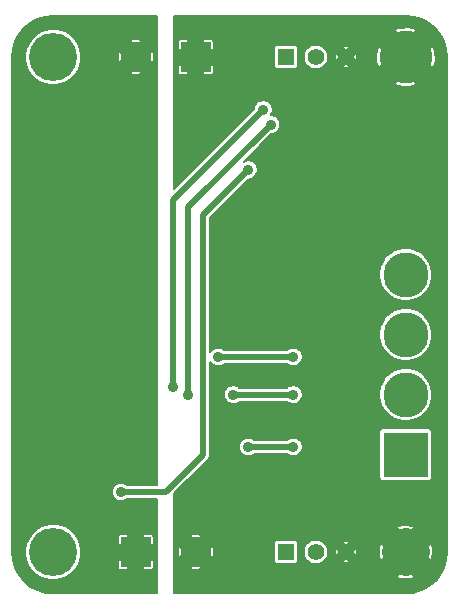
<source format=gbl>
G04 (created by PCBNEW (2013-may-18)-stable) date Mon 01 Jun 2015 11:01:08 PM CEST*
%MOIN*%
G04 Gerber Fmt 3.4, Leading zero omitted, Abs format*
%FSLAX34Y34*%
G01*
G70*
G90*
G04 APERTURE LIST*
%ADD10C,0.00590551*%
%ADD11R,0.055X0.055*%
%ADD12C,0.055*%
%ADD13C,0.15*%
%ADD14R,0.15X0.15*%
%ADD15R,0.1X0.1*%
%ADD16C,0.1*%
%ADD17C,0.177165*%
%ADD18C,0.16*%
%ADD19C,0.035*%
%ADD20C,0.019685*%
%ADD21C,0.00669291*%
G04 APERTURE END LIST*
G54D10*
G54D11*
X67750Y-44500D03*
G54D12*
X68750Y-44500D03*
X69750Y-44500D03*
G54D13*
X71750Y-55750D03*
X71750Y-53750D03*
G54D14*
X71750Y-57750D03*
G54D13*
X71750Y-51750D03*
G54D15*
X62750Y-61000D03*
G54D16*
X64750Y-61000D03*
G54D15*
X64750Y-44500D03*
G54D16*
X62750Y-44500D03*
G54D11*
X67750Y-61000D03*
G54D12*
X68750Y-61000D03*
X69750Y-61000D03*
G54D17*
X71750Y-44500D03*
G54D18*
X71750Y-61000D03*
X60000Y-61000D03*
X60000Y-44500D03*
G54D19*
X62250Y-59000D03*
X66500Y-48250D03*
X64000Y-55500D03*
X67000Y-46250D03*
X64500Y-55750D03*
X67250Y-46750D03*
X66000Y-55750D03*
X68000Y-55750D03*
X66500Y-57500D03*
X68000Y-57500D03*
X65500Y-54500D03*
X68000Y-54500D03*
G54D20*
X65000Y-56500D02*
X65000Y-49750D01*
X62250Y-59000D02*
X63750Y-59000D01*
X63750Y-59000D02*
X65000Y-57750D01*
X65000Y-57750D02*
X65000Y-56500D01*
X65000Y-49750D02*
X66500Y-48250D01*
X64000Y-49500D02*
X64000Y-49250D01*
X64000Y-55500D02*
X64000Y-49500D01*
X64000Y-49250D02*
X67000Y-46250D01*
X67250Y-46750D02*
X64500Y-49500D01*
X64500Y-49500D02*
X64500Y-50250D01*
X64500Y-55750D02*
X64500Y-51250D01*
X64500Y-51250D02*
X64500Y-50250D01*
X66000Y-55750D02*
X68000Y-55750D01*
X68000Y-57500D02*
X66500Y-57500D01*
X68000Y-54500D02*
X65500Y-54500D01*
G54D10*
G36*
X73129Y-60994D02*
X73103Y-61267D01*
X73025Y-61525D01*
X72898Y-61763D01*
X72739Y-61959D01*
X72739Y-44560D01*
X72732Y-44366D01*
X72708Y-44248D01*
X72638Y-44121D01*
X72259Y-44500D01*
X72638Y-44878D01*
X72708Y-44751D01*
X72739Y-44560D01*
X72739Y-61959D01*
X72728Y-61971D01*
X72654Y-62033D01*
X72654Y-61021D01*
X72641Y-60845D01*
X72633Y-60805D01*
X72633Y-58487D01*
X72633Y-57529D01*
X72633Y-55663D01*
X72633Y-53663D01*
X72633Y-51663D01*
X72599Y-51493D01*
X72533Y-51333D01*
X72437Y-51188D01*
X72315Y-51065D01*
X72172Y-50969D01*
X72128Y-50950D01*
X72128Y-45388D01*
X72128Y-43611D01*
X72001Y-43541D01*
X71810Y-43510D01*
X71616Y-43517D01*
X71498Y-43541D01*
X71371Y-43611D01*
X71750Y-43990D01*
X72128Y-43611D01*
X72128Y-45388D01*
X71750Y-45009D01*
X71371Y-45388D01*
X71498Y-45458D01*
X71689Y-45489D01*
X71883Y-45482D01*
X72001Y-45458D01*
X72128Y-45388D01*
X72128Y-50950D01*
X72012Y-50901D01*
X71842Y-50867D01*
X71669Y-50865D01*
X71499Y-50898D01*
X71338Y-50963D01*
X71240Y-51027D01*
X71240Y-44500D01*
X70861Y-44121D01*
X70791Y-44248D01*
X70760Y-44439D01*
X70767Y-44633D01*
X70791Y-44751D01*
X70861Y-44878D01*
X71240Y-44500D01*
X71240Y-51027D01*
X71193Y-51058D01*
X71069Y-51179D01*
X70972Y-51322D01*
X70903Y-51481D01*
X70867Y-51651D01*
X70865Y-51824D01*
X70896Y-51994D01*
X70960Y-52155D01*
X71054Y-52301D01*
X71174Y-52426D01*
X71316Y-52524D01*
X71475Y-52594D01*
X71644Y-52631D01*
X71818Y-52635D01*
X71988Y-52605D01*
X72150Y-52542D01*
X72296Y-52449D01*
X72422Y-52330D01*
X72521Y-52188D01*
X72592Y-52030D01*
X72630Y-51861D01*
X72633Y-51663D01*
X72633Y-53663D01*
X72599Y-53493D01*
X72533Y-53333D01*
X72437Y-53188D01*
X72315Y-53065D01*
X72172Y-52969D01*
X72012Y-52901D01*
X71842Y-52867D01*
X71669Y-52865D01*
X71499Y-52898D01*
X71338Y-52963D01*
X71193Y-53058D01*
X71069Y-53179D01*
X70972Y-53322D01*
X70903Y-53481D01*
X70867Y-53651D01*
X70865Y-53824D01*
X70896Y-53994D01*
X70960Y-54155D01*
X71054Y-54301D01*
X71174Y-54426D01*
X71316Y-54524D01*
X71475Y-54594D01*
X71644Y-54631D01*
X71818Y-54635D01*
X71988Y-54605D01*
X72150Y-54542D01*
X72296Y-54449D01*
X72422Y-54330D01*
X72521Y-54188D01*
X72592Y-54030D01*
X72630Y-53861D01*
X72633Y-53663D01*
X72633Y-55663D01*
X72599Y-55493D01*
X72533Y-55333D01*
X72437Y-55188D01*
X72315Y-55065D01*
X72172Y-54969D01*
X72012Y-54901D01*
X71842Y-54867D01*
X71669Y-54865D01*
X71499Y-54898D01*
X71338Y-54963D01*
X71193Y-55058D01*
X71069Y-55179D01*
X70972Y-55322D01*
X70903Y-55481D01*
X70867Y-55651D01*
X70865Y-55824D01*
X70896Y-55994D01*
X70960Y-56155D01*
X71054Y-56301D01*
X71174Y-56426D01*
X71316Y-56524D01*
X71475Y-56594D01*
X71644Y-56631D01*
X71818Y-56635D01*
X71988Y-56605D01*
X72150Y-56542D01*
X72296Y-56449D01*
X72422Y-56330D01*
X72521Y-56188D01*
X72592Y-56030D01*
X72630Y-55861D01*
X72633Y-55663D01*
X72633Y-57529D01*
X72633Y-56986D01*
X72628Y-56961D01*
X72618Y-56937D01*
X72603Y-56915D01*
X72585Y-56896D01*
X72563Y-56882D01*
X72539Y-56871D01*
X72514Y-56866D01*
X72487Y-56866D01*
X70986Y-56866D01*
X70961Y-56871D01*
X70937Y-56881D01*
X70915Y-56896D01*
X70896Y-56914D01*
X70882Y-56936D01*
X70871Y-56960D01*
X70866Y-56985D01*
X70866Y-57012D01*
X70866Y-58513D01*
X70871Y-58538D01*
X70881Y-58562D01*
X70896Y-58584D01*
X70914Y-58603D01*
X70936Y-58617D01*
X70960Y-58628D01*
X70985Y-58633D01*
X71012Y-58633D01*
X72513Y-58633D01*
X72538Y-58628D01*
X72562Y-58618D01*
X72584Y-58603D01*
X72603Y-58585D01*
X72617Y-58563D01*
X72628Y-58539D01*
X72633Y-58514D01*
X72633Y-58487D01*
X72633Y-60805D01*
X72633Y-60803D01*
X72572Y-60687D01*
X72259Y-61000D01*
X72572Y-61312D01*
X72633Y-61196D01*
X72654Y-61021D01*
X72654Y-62033D01*
X72521Y-62143D01*
X72284Y-62271D01*
X72062Y-62340D01*
X72062Y-61822D01*
X72062Y-60177D01*
X71946Y-60116D01*
X71771Y-60095D01*
X71595Y-60108D01*
X71553Y-60116D01*
X71437Y-60177D01*
X71750Y-60490D01*
X72062Y-60177D01*
X72062Y-61822D01*
X71750Y-61509D01*
X71437Y-61822D01*
X71553Y-61883D01*
X71728Y-61904D01*
X71904Y-61891D01*
X71946Y-61883D01*
X72062Y-61822D01*
X72062Y-62340D01*
X72027Y-62351D01*
X71753Y-62379D01*
X71749Y-62379D01*
X71240Y-62379D01*
X71240Y-61000D01*
X70927Y-60687D01*
X70866Y-60803D01*
X70845Y-60978D01*
X70858Y-61154D01*
X70866Y-61196D01*
X70927Y-61312D01*
X71240Y-61000D01*
X71240Y-62379D01*
X70126Y-62379D01*
X70126Y-61022D01*
X70126Y-44522D01*
X70123Y-44448D01*
X70114Y-44404D01*
X70076Y-44368D01*
X69944Y-44500D01*
X70076Y-44631D01*
X70114Y-44595D01*
X70126Y-44522D01*
X70126Y-61022D01*
X70123Y-60948D01*
X70114Y-60904D01*
X70076Y-60868D01*
X69944Y-61000D01*
X70076Y-61131D01*
X70114Y-61095D01*
X70126Y-61022D01*
X70126Y-62379D01*
X69881Y-62379D01*
X69881Y-61326D01*
X69881Y-60673D01*
X69881Y-44826D01*
X69881Y-44173D01*
X69845Y-44135D01*
X69772Y-44123D01*
X69698Y-44126D01*
X69654Y-44135D01*
X69618Y-44173D01*
X69750Y-44305D01*
X69881Y-44173D01*
X69881Y-44826D01*
X69750Y-44694D01*
X69618Y-44826D01*
X69654Y-44864D01*
X69727Y-44876D01*
X69801Y-44873D01*
X69845Y-44864D01*
X69881Y-44826D01*
X69881Y-60673D01*
X69845Y-60635D01*
X69772Y-60623D01*
X69698Y-60626D01*
X69654Y-60635D01*
X69618Y-60673D01*
X69750Y-60805D01*
X69881Y-60673D01*
X69881Y-61326D01*
X69750Y-61194D01*
X69618Y-61326D01*
X69654Y-61364D01*
X69727Y-61376D01*
X69801Y-61373D01*
X69845Y-61364D01*
X69881Y-61326D01*
X69881Y-62379D01*
X69555Y-62379D01*
X69555Y-61000D01*
X69555Y-44500D01*
X69423Y-44368D01*
X69385Y-44404D01*
X69373Y-44477D01*
X69376Y-44551D01*
X69385Y-44595D01*
X69423Y-44631D01*
X69555Y-44500D01*
X69555Y-61000D01*
X69423Y-60868D01*
X69385Y-60904D01*
X69373Y-60977D01*
X69376Y-61051D01*
X69385Y-61095D01*
X69423Y-61131D01*
X69555Y-61000D01*
X69555Y-62379D01*
X69158Y-62379D01*
X69158Y-60959D01*
X69158Y-44459D01*
X69142Y-44381D01*
X69112Y-44307D01*
X69068Y-44240D01*
X69011Y-44183D01*
X68945Y-44138D01*
X68871Y-44107D01*
X68792Y-44091D01*
X68712Y-44091D01*
X68634Y-44106D01*
X68559Y-44136D01*
X68492Y-44180D01*
X68435Y-44236D01*
X68390Y-44302D01*
X68358Y-44375D01*
X68342Y-44454D01*
X68340Y-44534D01*
X68355Y-44613D01*
X68384Y-44687D01*
X68428Y-44754D01*
X68483Y-44812D01*
X68549Y-44858D01*
X68623Y-44890D01*
X68701Y-44907D01*
X68781Y-44909D01*
X68860Y-44895D01*
X68935Y-44866D01*
X69002Y-44823D01*
X69060Y-44768D01*
X69106Y-44702D01*
X69139Y-44629D01*
X69157Y-44551D01*
X69158Y-44459D01*
X69158Y-60959D01*
X69142Y-60881D01*
X69112Y-60807D01*
X69068Y-60740D01*
X69011Y-60683D01*
X68945Y-60638D01*
X68871Y-60607D01*
X68792Y-60591D01*
X68712Y-60591D01*
X68634Y-60606D01*
X68559Y-60636D01*
X68492Y-60680D01*
X68435Y-60736D01*
X68390Y-60802D01*
X68358Y-60875D01*
X68342Y-60954D01*
X68340Y-61034D01*
X68355Y-61113D01*
X68384Y-61187D01*
X68428Y-61254D01*
X68483Y-61312D01*
X68549Y-61358D01*
X68623Y-61390D01*
X68701Y-61407D01*
X68781Y-61409D01*
X68860Y-61395D01*
X68935Y-61366D01*
X69002Y-61323D01*
X69060Y-61268D01*
X69106Y-61202D01*
X69139Y-61129D01*
X69157Y-61051D01*
X69158Y-60959D01*
X69158Y-62379D01*
X68308Y-62379D01*
X68308Y-57469D01*
X68308Y-55719D01*
X68296Y-55660D01*
X68273Y-55604D01*
X68240Y-55554D01*
X68197Y-55511D01*
X68147Y-55477D01*
X68091Y-55453D01*
X68032Y-55441D01*
X67971Y-55441D01*
X67912Y-55452D01*
X67856Y-55475D01*
X67805Y-55508D01*
X67795Y-55518D01*
X66204Y-55518D01*
X66197Y-55511D01*
X66147Y-55477D01*
X66091Y-55453D01*
X66032Y-55441D01*
X65971Y-55441D01*
X65912Y-55452D01*
X65856Y-55475D01*
X65805Y-55508D01*
X65762Y-55550D01*
X65728Y-55600D01*
X65704Y-55656D01*
X65691Y-55715D01*
X65691Y-55775D01*
X65702Y-55835D01*
X65724Y-55891D01*
X65757Y-55942D01*
X65799Y-55986D01*
X65848Y-56020D01*
X65904Y-56044D01*
X65963Y-56057D01*
X66023Y-56059D01*
X66083Y-56048D01*
X66139Y-56026D01*
X66190Y-55994D01*
X66203Y-55981D01*
X67795Y-55981D01*
X67799Y-55986D01*
X67848Y-56020D01*
X67904Y-56044D01*
X67963Y-56057D01*
X68023Y-56059D01*
X68083Y-56048D01*
X68139Y-56026D01*
X68190Y-55994D01*
X68234Y-55952D01*
X68269Y-55903D01*
X68294Y-55847D01*
X68307Y-55788D01*
X68308Y-55719D01*
X68308Y-57469D01*
X68296Y-57410D01*
X68273Y-57354D01*
X68240Y-57304D01*
X68197Y-57261D01*
X68147Y-57227D01*
X68091Y-57203D01*
X68032Y-57191D01*
X67971Y-57191D01*
X67912Y-57202D01*
X67856Y-57225D01*
X67805Y-57258D01*
X67795Y-57268D01*
X66704Y-57268D01*
X66697Y-57261D01*
X66647Y-57227D01*
X66591Y-57203D01*
X66532Y-57191D01*
X66471Y-57191D01*
X66412Y-57202D01*
X66356Y-57225D01*
X66305Y-57258D01*
X66262Y-57300D01*
X66228Y-57350D01*
X66204Y-57406D01*
X66191Y-57465D01*
X66191Y-57525D01*
X66202Y-57585D01*
X66224Y-57641D01*
X66257Y-57692D01*
X66299Y-57736D01*
X66348Y-57770D01*
X66404Y-57794D01*
X66463Y-57807D01*
X66523Y-57809D01*
X66583Y-57798D01*
X66639Y-57776D01*
X66690Y-57744D01*
X66703Y-57731D01*
X67795Y-57731D01*
X67799Y-57736D01*
X67848Y-57770D01*
X67904Y-57794D01*
X67963Y-57807D01*
X68023Y-57809D01*
X68083Y-57798D01*
X68139Y-57776D01*
X68190Y-57744D01*
X68234Y-57702D01*
X68269Y-57653D01*
X68294Y-57597D01*
X68307Y-57538D01*
X68308Y-57469D01*
X68308Y-62379D01*
X68158Y-62379D01*
X68158Y-61262D01*
X68158Y-60711D01*
X68153Y-60686D01*
X68143Y-60662D01*
X68128Y-60640D01*
X68110Y-60621D01*
X68088Y-60607D01*
X68064Y-60596D01*
X68039Y-60591D01*
X68012Y-60591D01*
X67461Y-60591D01*
X67436Y-60596D01*
X67412Y-60606D01*
X67390Y-60621D01*
X67371Y-60639D01*
X67357Y-60661D01*
X67346Y-60685D01*
X67341Y-60710D01*
X67341Y-60737D01*
X67341Y-61288D01*
X67346Y-61313D01*
X67356Y-61337D01*
X67371Y-61359D01*
X67389Y-61378D01*
X67411Y-61392D01*
X67435Y-61403D01*
X67460Y-61408D01*
X67487Y-61408D01*
X68038Y-61408D01*
X68063Y-61403D01*
X68087Y-61393D01*
X68109Y-61378D01*
X68128Y-61360D01*
X68142Y-61338D01*
X68153Y-61314D01*
X68158Y-61289D01*
X68158Y-61262D01*
X68158Y-62379D01*
X65353Y-62379D01*
X65353Y-61003D01*
X65342Y-60886D01*
X65341Y-60879D01*
X65295Y-60808D01*
X65103Y-61000D01*
X65295Y-61191D01*
X65341Y-61120D01*
X65353Y-61003D01*
X65353Y-62379D01*
X64941Y-62379D01*
X64941Y-61545D01*
X64941Y-60454D01*
X64870Y-60408D01*
X64753Y-60396D01*
X64636Y-60407D01*
X64629Y-60408D01*
X64558Y-60454D01*
X64750Y-60646D01*
X64941Y-60454D01*
X64941Y-61545D01*
X64750Y-61353D01*
X64558Y-61545D01*
X64629Y-61591D01*
X64746Y-61603D01*
X64863Y-61592D01*
X64870Y-61591D01*
X64941Y-61545D01*
X64941Y-62379D01*
X64396Y-62379D01*
X64396Y-61000D01*
X64204Y-60808D01*
X64158Y-60879D01*
X64146Y-60996D01*
X64157Y-61113D01*
X64158Y-61120D01*
X64204Y-61191D01*
X64396Y-61000D01*
X64396Y-62379D01*
X64033Y-62379D01*
X64033Y-59044D01*
X65163Y-57913D01*
X65177Y-57897D01*
X65191Y-57881D01*
X65191Y-57879D01*
X65192Y-57878D01*
X65202Y-57860D01*
X65213Y-57841D01*
X65213Y-57840D01*
X65214Y-57839D01*
X65220Y-57818D01*
X65226Y-57798D01*
X65226Y-57797D01*
X65227Y-57795D01*
X65229Y-57774D01*
X65231Y-57753D01*
X65231Y-57750D01*
X65231Y-57750D01*
X65231Y-57750D01*
X65231Y-57750D01*
X65231Y-56500D01*
X65231Y-54653D01*
X65257Y-54692D01*
X65299Y-54736D01*
X65348Y-54770D01*
X65404Y-54794D01*
X65463Y-54807D01*
X65523Y-54809D01*
X65583Y-54798D01*
X65639Y-54776D01*
X65690Y-54744D01*
X65703Y-54731D01*
X67795Y-54731D01*
X67799Y-54736D01*
X67848Y-54770D01*
X67904Y-54794D01*
X67963Y-54807D01*
X68023Y-54809D01*
X68083Y-54798D01*
X68139Y-54776D01*
X68190Y-54744D01*
X68234Y-54702D01*
X68269Y-54653D01*
X68294Y-54597D01*
X68307Y-54538D01*
X68308Y-54469D01*
X68296Y-54410D01*
X68273Y-54354D01*
X68240Y-54304D01*
X68197Y-54261D01*
X68158Y-54234D01*
X68158Y-44762D01*
X68158Y-44211D01*
X68153Y-44186D01*
X68143Y-44162D01*
X68128Y-44140D01*
X68110Y-44121D01*
X68088Y-44107D01*
X68064Y-44096D01*
X68039Y-44091D01*
X68012Y-44091D01*
X67461Y-44091D01*
X67436Y-44096D01*
X67412Y-44106D01*
X67390Y-44121D01*
X67371Y-44139D01*
X67357Y-44161D01*
X67346Y-44185D01*
X67341Y-44210D01*
X67341Y-44237D01*
X67341Y-44788D01*
X67346Y-44813D01*
X67356Y-44837D01*
X67371Y-44859D01*
X67389Y-44878D01*
X67411Y-44892D01*
X67435Y-44903D01*
X67460Y-44908D01*
X67487Y-44908D01*
X68038Y-44908D01*
X68063Y-44903D01*
X68087Y-44893D01*
X68109Y-44878D01*
X68128Y-44860D01*
X68142Y-44838D01*
X68153Y-44814D01*
X68158Y-44789D01*
X68158Y-44762D01*
X68158Y-54234D01*
X68147Y-54227D01*
X68091Y-54203D01*
X68032Y-54191D01*
X67971Y-54191D01*
X67912Y-54202D01*
X67856Y-54225D01*
X67805Y-54258D01*
X67795Y-54268D01*
X65704Y-54268D01*
X65697Y-54261D01*
X65647Y-54227D01*
X65591Y-54203D01*
X65532Y-54191D01*
X65471Y-54191D01*
X65412Y-54202D01*
X65356Y-54225D01*
X65305Y-54258D01*
X65262Y-54300D01*
X65231Y-54345D01*
X65231Y-49846D01*
X66518Y-48558D01*
X66523Y-48559D01*
X66583Y-48548D01*
X66639Y-48526D01*
X66690Y-48494D01*
X66734Y-48452D01*
X66769Y-48403D01*
X66794Y-48347D01*
X66807Y-48288D01*
X66808Y-48219D01*
X66796Y-48160D01*
X66773Y-48104D01*
X66740Y-48054D01*
X66697Y-48011D01*
X66647Y-47977D01*
X66591Y-47953D01*
X66532Y-47941D01*
X66471Y-47941D01*
X66412Y-47952D01*
X66356Y-47975D01*
X66345Y-47982D01*
X67268Y-47058D01*
X67273Y-47059D01*
X67333Y-47048D01*
X67389Y-47026D01*
X67440Y-46994D01*
X67484Y-46952D01*
X67519Y-46903D01*
X67544Y-46847D01*
X67557Y-46788D01*
X67558Y-46719D01*
X67546Y-46660D01*
X67523Y-46604D01*
X67490Y-46554D01*
X67447Y-46511D01*
X67397Y-46477D01*
X67341Y-46453D01*
X67282Y-46441D01*
X67242Y-46441D01*
X67269Y-46403D01*
X67294Y-46347D01*
X67307Y-46288D01*
X67308Y-46219D01*
X67296Y-46160D01*
X67273Y-46104D01*
X67240Y-46054D01*
X67197Y-46011D01*
X67147Y-45977D01*
X67091Y-45953D01*
X67032Y-45941D01*
X66971Y-45941D01*
X66912Y-45952D01*
X66856Y-45975D01*
X66805Y-46008D01*
X66762Y-46050D01*
X66728Y-46100D01*
X66704Y-46156D01*
X66691Y-46215D01*
X66691Y-46230D01*
X65350Y-47571D01*
X65350Y-44990D01*
X65350Y-44009D01*
X65350Y-43989D01*
X65346Y-43970D01*
X65338Y-43952D01*
X65327Y-43935D01*
X65313Y-43921D01*
X65297Y-43910D01*
X65279Y-43903D01*
X65259Y-43899D01*
X65025Y-43899D01*
X65000Y-43924D01*
X65000Y-44250D01*
X65325Y-44250D01*
X65350Y-44224D01*
X65350Y-44009D01*
X65350Y-44990D01*
X65350Y-44775D01*
X65325Y-44750D01*
X65000Y-44750D01*
X65000Y-45075D01*
X65025Y-45100D01*
X65259Y-45100D01*
X65279Y-45096D01*
X65297Y-45089D01*
X65313Y-45078D01*
X65327Y-45064D01*
X65338Y-45047D01*
X65346Y-45029D01*
X65350Y-45010D01*
X65350Y-44990D01*
X65350Y-47571D01*
X64500Y-48422D01*
X64500Y-45075D01*
X64500Y-44750D01*
X64500Y-44250D01*
X64500Y-43924D01*
X64474Y-43899D01*
X64240Y-43899D01*
X64220Y-43903D01*
X64202Y-43910D01*
X64186Y-43921D01*
X64172Y-43935D01*
X64161Y-43952D01*
X64153Y-43970D01*
X64149Y-43989D01*
X64149Y-44009D01*
X64149Y-44224D01*
X64174Y-44250D01*
X64500Y-44250D01*
X64500Y-44750D01*
X64174Y-44750D01*
X64149Y-44775D01*
X64149Y-44990D01*
X64149Y-45010D01*
X64153Y-45029D01*
X64161Y-45047D01*
X64172Y-45064D01*
X64186Y-45078D01*
X64202Y-45089D01*
X64220Y-45096D01*
X64240Y-45100D01*
X64474Y-45100D01*
X64500Y-45075D01*
X64500Y-48422D01*
X64033Y-48888D01*
X64033Y-43120D01*
X71744Y-43120D01*
X72017Y-43146D01*
X72275Y-43224D01*
X72513Y-43351D01*
X72721Y-43521D01*
X72893Y-43728D01*
X73021Y-43965D01*
X73101Y-44222D01*
X73129Y-44496D01*
X73129Y-44500D01*
X73129Y-60994D01*
X73129Y-60994D01*
G37*
G54D21*
X73129Y-60994D02*
X73103Y-61267D01*
X73025Y-61525D01*
X72898Y-61763D01*
X72739Y-61959D01*
X72739Y-44560D01*
X72732Y-44366D01*
X72708Y-44248D01*
X72638Y-44121D01*
X72259Y-44500D01*
X72638Y-44878D01*
X72708Y-44751D01*
X72739Y-44560D01*
X72739Y-61959D01*
X72728Y-61971D01*
X72654Y-62033D01*
X72654Y-61021D01*
X72641Y-60845D01*
X72633Y-60805D01*
X72633Y-58487D01*
X72633Y-57529D01*
X72633Y-55663D01*
X72633Y-53663D01*
X72633Y-51663D01*
X72599Y-51493D01*
X72533Y-51333D01*
X72437Y-51188D01*
X72315Y-51065D01*
X72172Y-50969D01*
X72128Y-50950D01*
X72128Y-45388D01*
X72128Y-43611D01*
X72001Y-43541D01*
X71810Y-43510D01*
X71616Y-43517D01*
X71498Y-43541D01*
X71371Y-43611D01*
X71750Y-43990D01*
X72128Y-43611D01*
X72128Y-45388D01*
X71750Y-45009D01*
X71371Y-45388D01*
X71498Y-45458D01*
X71689Y-45489D01*
X71883Y-45482D01*
X72001Y-45458D01*
X72128Y-45388D01*
X72128Y-50950D01*
X72012Y-50901D01*
X71842Y-50867D01*
X71669Y-50865D01*
X71499Y-50898D01*
X71338Y-50963D01*
X71240Y-51027D01*
X71240Y-44500D01*
X70861Y-44121D01*
X70791Y-44248D01*
X70760Y-44439D01*
X70767Y-44633D01*
X70791Y-44751D01*
X70861Y-44878D01*
X71240Y-44500D01*
X71240Y-51027D01*
X71193Y-51058D01*
X71069Y-51179D01*
X70972Y-51322D01*
X70903Y-51481D01*
X70867Y-51651D01*
X70865Y-51824D01*
X70896Y-51994D01*
X70960Y-52155D01*
X71054Y-52301D01*
X71174Y-52426D01*
X71316Y-52524D01*
X71475Y-52594D01*
X71644Y-52631D01*
X71818Y-52635D01*
X71988Y-52605D01*
X72150Y-52542D01*
X72296Y-52449D01*
X72422Y-52330D01*
X72521Y-52188D01*
X72592Y-52030D01*
X72630Y-51861D01*
X72633Y-51663D01*
X72633Y-53663D01*
X72599Y-53493D01*
X72533Y-53333D01*
X72437Y-53188D01*
X72315Y-53065D01*
X72172Y-52969D01*
X72012Y-52901D01*
X71842Y-52867D01*
X71669Y-52865D01*
X71499Y-52898D01*
X71338Y-52963D01*
X71193Y-53058D01*
X71069Y-53179D01*
X70972Y-53322D01*
X70903Y-53481D01*
X70867Y-53651D01*
X70865Y-53824D01*
X70896Y-53994D01*
X70960Y-54155D01*
X71054Y-54301D01*
X71174Y-54426D01*
X71316Y-54524D01*
X71475Y-54594D01*
X71644Y-54631D01*
X71818Y-54635D01*
X71988Y-54605D01*
X72150Y-54542D01*
X72296Y-54449D01*
X72422Y-54330D01*
X72521Y-54188D01*
X72592Y-54030D01*
X72630Y-53861D01*
X72633Y-53663D01*
X72633Y-55663D01*
X72599Y-55493D01*
X72533Y-55333D01*
X72437Y-55188D01*
X72315Y-55065D01*
X72172Y-54969D01*
X72012Y-54901D01*
X71842Y-54867D01*
X71669Y-54865D01*
X71499Y-54898D01*
X71338Y-54963D01*
X71193Y-55058D01*
X71069Y-55179D01*
X70972Y-55322D01*
X70903Y-55481D01*
X70867Y-55651D01*
X70865Y-55824D01*
X70896Y-55994D01*
X70960Y-56155D01*
X71054Y-56301D01*
X71174Y-56426D01*
X71316Y-56524D01*
X71475Y-56594D01*
X71644Y-56631D01*
X71818Y-56635D01*
X71988Y-56605D01*
X72150Y-56542D01*
X72296Y-56449D01*
X72422Y-56330D01*
X72521Y-56188D01*
X72592Y-56030D01*
X72630Y-55861D01*
X72633Y-55663D01*
X72633Y-57529D01*
X72633Y-56986D01*
X72628Y-56961D01*
X72618Y-56937D01*
X72603Y-56915D01*
X72585Y-56896D01*
X72563Y-56882D01*
X72539Y-56871D01*
X72514Y-56866D01*
X72487Y-56866D01*
X70986Y-56866D01*
X70961Y-56871D01*
X70937Y-56881D01*
X70915Y-56896D01*
X70896Y-56914D01*
X70882Y-56936D01*
X70871Y-56960D01*
X70866Y-56985D01*
X70866Y-57012D01*
X70866Y-58513D01*
X70871Y-58538D01*
X70881Y-58562D01*
X70896Y-58584D01*
X70914Y-58603D01*
X70936Y-58617D01*
X70960Y-58628D01*
X70985Y-58633D01*
X71012Y-58633D01*
X72513Y-58633D01*
X72538Y-58628D01*
X72562Y-58618D01*
X72584Y-58603D01*
X72603Y-58585D01*
X72617Y-58563D01*
X72628Y-58539D01*
X72633Y-58514D01*
X72633Y-58487D01*
X72633Y-60805D01*
X72633Y-60803D01*
X72572Y-60687D01*
X72259Y-61000D01*
X72572Y-61312D01*
X72633Y-61196D01*
X72654Y-61021D01*
X72654Y-62033D01*
X72521Y-62143D01*
X72284Y-62271D01*
X72062Y-62340D01*
X72062Y-61822D01*
X72062Y-60177D01*
X71946Y-60116D01*
X71771Y-60095D01*
X71595Y-60108D01*
X71553Y-60116D01*
X71437Y-60177D01*
X71750Y-60490D01*
X72062Y-60177D01*
X72062Y-61822D01*
X71750Y-61509D01*
X71437Y-61822D01*
X71553Y-61883D01*
X71728Y-61904D01*
X71904Y-61891D01*
X71946Y-61883D01*
X72062Y-61822D01*
X72062Y-62340D01*
X72027Y-62351D01*
X71753Y-62379D01*
X71749Y-62379D01*
X71240Y-62379D01*
X71240Y-61000D01*
X70927Y-60687D01*
X70866Y-60803D01*
X70845Y-60978D01*
X70858Y-61154D01*
X70866Y-61196D01*
X70927Y-61312D01*
X71240Y-61000D01*
X71240Y-62379D01*
X70126Y-62379D01*
X70126Y-61022D01*
X70126Y-44522D01*
X70123Y-44448D01*
X70114Y-44404D01*
X70076Y-44368D01*
X69944Y-44500D01*
X70076Y-44631D01*
X70114Y-44595D01*
X70126Y-44522D01*
X70126Y-61022D01*
X70123Y-60948D01*
X70114Y-60904D01*
X70076Y-60868D01*
X69944Y-61000D01*
X70076Y-61131D01*
X70114Y-61095D01*
X70126Y-61022D01*
X70126Y-62379D01*
X69881Y-62379D01*
X69881Y-61326D01*
X69881Y-60673D01*
X69881Y-44826D01*
X69881Y-44173D01*
X69845Y-44135D01*
X69772Y-44123D01*
X69698Y-44126D01*
X69654Y-44135D01*
X69618Y-44173D01*
X69750Y-44305D01*
X69881Y-44173D01*
X69881Y-44826D01*
X69750Y-44694D01*
X69618Y-44826D01*
X69654Y-44864D01*
X69727Y-44876D01*
X69801Y-44873D01*
X69845Y-44864D01*
X69881Y-44826D01*
X69881Y-60673D01*
X69845Y-60635D01*
X69772Y-60623D01*
X69698Y-60626D01*
X69654Y-60635D01*
X69618Y-60673D01*
X69750Y-60805D01*
X69881Y-60673D01*
X69881Y-61326D01*
X69750Y-61194D01*
X69618Y-61326D01*
X69654Y-61364D01*
X69727Y-61376D01*
X69801Y-61373D01*
X69845Y-61364D01*
X69881Y-61326D01*
X69881Y-62379D01*
X69555Y-62379D01*
X69555Y-61000D01*
X69555Y-44500D01*
X69423Y-44368D01*
X69385Y-44404D01*
X69373Y-44477D01*
X69376Y-44551D01*
X69385Y-44595D01*
X69423Y-44631D01*
X69555Y-44500D01*
X69555Y-61000D01*
X69423Y-60868D01*
X69385Y-60904D01*
X69373Y-60977D01*
X69376Y-61051D01*
X69385Y-61095D01*
X69423Y-61131D01*
X69555Y-61000D01*
X69555Y-62379D01*
X69158Y-62379D01*
X69158Y-60959D01*
X69158Y-44459D01*
X69142Y-44381D01*
X69112Y-44307D01*
X69068Y-44240D01*
X69011Y-44183D01*
X68945Y-44138D01*
X68871Y-44107D01*
X68792Y-44091D01*
X68712Y-44091D01*
X68634Y-44106D01*
X68559Y-44136D01*
X68492Y-44180D01*
X68435Y-44236D01*
X68390Y-44302D01*
X68358Y-44375D01*
X68342Y-44454D01*
X68340Y-44534D01*
X68355Y-44613D01*
X68384Y-44687D01*
X68428Y-44754D01*
X68483Y-44812D01*
X68549Y-44858D01*
X68623Y-44890D01*
X68701Y-44907D01*
X68781Y-44909D01*
X68860Y-44895D01*
X68935Y-44866D01*
X69002Y-44823D01*
X69060Y-44768D01*
X69106Y-44702D01*
X69139Y-44629D01*
X69157Y-44551D01*
X69158Y-44459D01*
X69158Y-60959D01*
X69142Y-60881D01*
X69112Y-60807D01*
X69068Y-60740D01*
X69011Y-60683D01*
X68945Y-60638D01*
X68871Y-60607D01*
X68792Y-60591D01*
X68712Y-60591D01*
X68634Y-60606D01*
X68559Y-60636D01*
X68492Y-60680D01*
X68435Y-60736D01*
X68390Y-60802D01*
X68358Y-60875D01*
X68342Y-60954D01*
X68340Y-61034D01*
X68355Y-61113D01*
X68384Y-61187D01*
X68428Y-61254D01*
X68483Y-61312D01*
X68549Y-61358D01*
X68623Y-61390D01*
X68701Y-61407D01*
X68781Y-61409D01*
X68860Y-61395D01*
X68935Y-61366D01*
X69002Y-61323D01*
X69060Y-61268D01*
X69106Y-61202D01*
X69139Y-61129D01*
X69157Y-61051D01*
X69158Y-60959D01*
X69158Y-62379D01*
X68308Y-62379D01*
X68308Y-57469D01*
X68308Y-55719D01*
X68296Y-55660D01*
X68273Y-55604D01*
X68240Y-55554D01*
X68197Y-55511D01*
X68147Y-55477D01*
X68091Y-55453D01*
X68032Y-55441D01*
X67971Y-55441D01*
X67912Y-55452D01*
X67856Y-55475D01*
X67805Y-55508D01*
X67795Y-55518D01*
X66204Y-55518D01*
X66197Y-55511D01*
X66147Y-55477D01*
X66091Y-55453D01*
X66032Y-55441D01*
X65971Y-55441D01*
X65912Y-55452D01*
X65856Y-55475D01*
X65805Y-55508D01*
X65762Y-55550D01*
X65728Y-55600D01*
X65704Y-55656D01*
X65691Y-55715D01*
X65691Y-55775D01*
X65702Y-55835D01*
X65724Y-55891D01*
X65757Y-55942D01*
X65799Y-55986D01*
X65848Y-56020D01*
X65904Y-56044D01*
X65963Y-56057D01*
X66023Y-56059D01*
X66083Y-56048D01*
X66139Y-56026D01*
X66190Y-55994D01*
X66203Y-55981D01*
X67795Y-55981D01*
X67799Y-55986D01*
X67848Y-56020D01*
X67904Y-56044D01*
X67963Y-56057D01*
X68023Y-56059D01*
X68083Y-56048D01*
X68139Y-56026D01*
X68190Y-55994D01*
X68234Y-55952D01*
X68269Y-55903D01*
X68294Y-55847D01*
X68307Y-55788D01*
X68308Y-55719D01*
X68308Y-57469D01*
X68296Y-57410D01*
X68273Y-57354D01*
X68240Y-57304D01*
X68197Y-57261D01*
X68147Y-57227D01*
X68091Y-57203D01*
X68032Y-57191D01*
X67971Y-57191D01*
X67912Y-57202D01*
X67856Y-57225D01*
X67805Y-57258D01*
X67795Y-57268D01*
X66704Y-57268D01*
X66697Y-57261D01*
X66647Y-57227D01*
X66591Y-57203D01*
X66532Y-57191D01*
X66471Y-57191D01*
X66412Y-57202D01*
X66356Y-57225D01*
X66305Y-57258D01*
X66262Y-57300D01*
X66228Y-57350D01*
X66204Y-57406D01*
X66191Y-57465D01*
X66191Y-57525D01*
X66202Y-57585D01*
X66224Y-57641D01*
X66257Y-57692D01*
X66299Y-57736D01*
X66348Y-57770D01*
X66404Y-57794D01*
X66463Y-57807D01*
X66523Y-57809D01*
X66583Y-57798D01*
X66639Y-57776D01*
X66690Y-57744D01*
X66703Y-57731D01*
X67795Y-57731D01*
X67799Y-57736D01*
X67848Y-57770D01*
X67904Y-57794D01*
X67963Y-57807D01*
X68023Y-57809D01*
X68083Y-57798D01*
X68139Y-57776D01*
X68190Y-57744D01*
X68234Y-57702D01*
X68269Y-57653D01*
X68294Y-57597D01*
X68307Y-57538D01*
X68308Y-57469D01*
X68308Y-62379D01*
X68158Y-62379D01*
X68158Y-61262D01*
X68158Y-60711D01*
X68153Y-60686D01*
X68143Y-60662D01*
X68128Y-60640D01*
X68110Y-60621D01*
X68088Y-60607D01*
X68064Y-60596D01*
X68039Y-60591D01*
X68012Y-60591D01*
X67461Y-60591D01*
X67436Y-60596D01*
X67412Y-60606D01*
X67390Y-60621D01*
X67371Y-60639D01*
X67357Y-60661D01*
X67346Y-60685D01*
X67341Y-60710D01*
X67341Y-60737D01*
X67341Y-61288D01*
X67346Y-61313D01*
X67356Y-61337D01*
X67371Y-61359D01*
X67389Y-61378D01*
X67411Y-61392D01*
X67435Y-61403D01*
X67460Y-61408D01*
X67487Y-61408D01*
X68038Y-61408D01*
X68063Y-61403D01*
X68087Y-61393D01*
X68109Y-61378D01*
X68128Y-61360D01*
X68142Y-61338D01*
X68153Y-61314D01*
X68158Y-61289D01*
X68158Y-61262D01*
X68158Y-62379D01*
X65353Y-62379D01*
X65353Y-61003D01*
X65342Y-60886D01*
X65341Y-60879D01*
X65295Y-60808D01*
X65103Y-61000D01*
X65295Y-61191D01*
X65341Y-61120D01*
X65353Y-61003D01*
X65353Y-62379D01*
X64941Y-62379D01*
X64941Y-61545D01*
X64941Y-60454D01*
X64870Y-60408D01*
X64753Y-60396D01*
X64636Y-60407D01*
X64629Y-60408D01*
X64558Y-60454D01*
X64750Y-60646D01*
X64941Y-60454D01*
X64941Y-61545D01*
X64750Y-61353D01*
X64558Y-61545D01*
X64629Y-61591D01*
X64746Y-61603D01*
X64863Y-61592D01*
X64870Y-61591D01*
X64941Y-61545D01*
X64941Y-62379D01*
X64396Y-62379D01*
X64396Y-61000D01*
X64204Y-60808D01*
X64158Y-60879D01*
X64146Y-60996D01*
X64157Y-61113D01*
X64158Y-61120D01*
X64204Y-61191D01*
X64396Y-61000D01*
X64396Y-62379D01*
X64033Y-62379D01*
X64033Y-59044D01*
X65163Y-57913D01*
X65177Y-57897D01*
X65191Y-57881D01*
X65191Y-57879D01*
X65192Y-57878D01*
X65202Y-57860D01*
X65213Y-57841D01*
X65213Y-57840D01*
X65214Y-57839D01*
X65220Y-57818D01*
X65226Y-57798D01*
X65226Y-57797D01*
X65227Y-57795D01*
X65229Y-57774D01*
X65231Y-57753D01*
X65231Y-57750D01*
X65231Y-57750D01*
X65231Y-57750D01*
X65231Y-57750D01*
X65231Y-56500D01*
X65231Y-54653D01*
X65257Y-54692D01*
X65299Y-54736D01*
X65348Y-54770D01*
X65404Y-54794D01*
X65463Y-54807D01*
X65523Y-54809D01*
X65583Y-54798D01*
X65639Y-54776D01*
X65690Y-54744D01*
X65703Y-54731D01*
X67795Y-54731D01*
X67799Y-54736D01*
X67848Y-54770D01*
X67904Y-54794D01*
X67963Y-54807D01*
X68023Y-54809D01*
X68083Y-54798D01*
X68139Y-54776D01*
X68190Y-54744D01*
X68234Y-54702D01*
X68269Y-54653D01*
X68294Y-54597D01*
X68307Y-54538D01*
X68308Y-54469D01*
X68296Y-54410D01*
X68273Y-54354D01*
X68240Y-54304D01*
X68197Y-54261D01*
X68158Y-54234D01*
X68158Y-44762D01*
X68158Y-44211D01*
X68153Y-44186D01*
X68143Y-44162D01*
X68128Y-44140D01*
X68110Y-44121D01*
X68088Y-44107D01*
X68064Y-44096D01*
X68039Y-44091D01*
X68012Y-44091D01*
X67461Y-44091D01*
X67436Y-44096D01*
X67412Y-44106D01*
X67390Y-44121D01*
X67371Y-44139D01*
X67357Y-44161D01*
X67346Y-44185D01*
X67341Y-44210D01*
X67341Y-44237D01*
X67341Y-44788D01*
X67346Y-44813D01*
X67356Y-44837D01*
X67371Y-44859D01*
X67389Y-44878D01*
X67411Y-44892D01*
X67435Y-44903D01*
X67460Y-44908D01*
X67487Y-44908D01*
X68038Y-44908D01*
X68063Y-44903D01*
X68087Y-44893D01*
X68109Y-44878D01*
X68128Y-44860D01*
X68142Y-44838D01*
X68153Y-44814D01*
X68158Y-44789D01*
X68158Y-44762D01*
X68158Y-54234D01*
X68147Y-54227D01*
X68091Y-54203D01*
X68032Y-54191D01*
X67971Y-54191D01*
X67912Y-54202D01*
X67856Y-54225D01*
X67805Y-54258D01*
X67795Y-54268D01*
X65704Y-54268D01*
X65697Y-54261D01*
X65647Y-54227D01*
X65591Y-54203D01*
X65532Y-54191D01*
X65471Y-54191D01*
X65412Y-54202D01*
X65356Y-54225D01*
X65305Y-54258D01*
X65262Y-54300D01*
X65231Y-54345D01*
X65231Y-49846D01*
X66518Y-48558D01*
X66523Y-48559D01*
X66583Y-48548D01*
X66639Y-48526D01*
X66690Y-48494D01*
X66734Y-48452D01*
X66769Y-48403D01*
X66794Y-48347D01*
X66807Y-48288D01*
X66808Y-48219D01*
X66796Y-48160D01*
X66773Y-48104D01*
X66740Y-48054D01*
X66697Y-48011D01*
X66647Y-47977D01*
X66591Y-47953D01*
X66532Y-47941D01*
X66471Y-47941D01*
X66412Y-47952D01*
X66356Y-47975D01*
X66345Y-47982D01*
X67268Y-47058D01*
X67273Y-47059D01*
X67333Y-47048D01*
X67389Y-47026D01*
X67440Y-46994D01*
X67484Y-46952D01*
X67519Y-46903D01*
X67544Y-46847D01*
X67557Y-46788D01*
X67558Y-46719D01*
X67546Y-46660D01*
X67523Y-46604D01*
X67490Y-46554D01*
X67447Y-46511D01*
X67397Y-46477D01*
X67341Y-46453D01*
X67282Y-46441D01*
X67242Y-46441D01*
X67269Y-46403D01*
X67294Y-46347D01*
X67307Y-46288D01*
X67308Y-46219D01*
X67296Y-46160D01*
X67273Y-46104D01*
X67240Y-46054D01*
X67197Y-46011D01*
X67147Y-45977D01*
X67091Y-45953D01*
X67032Y-45941D01*
X66971Y-45941D01*
X66912Y-45952D01*
X66856Y-45975D01*
X66805Y-46008D01*
X66762Y-46050D01*
X66728Y-46100D01*
X66704Y-46156D01*
X66691Y-46215D01*
X66691Y-46230D01*
X65350Y-47571D01*
X65350Y-44990D01*
X65350Y-44009D01*
X65350Y-43989D01*
X65346Y-43970D01*
X65338Y-43952D01*
X65327Y-43935D01*
X65313Y-43921D01*
X65297Y-43910D01*
X65279Y-43903D01*
X65259Y-43899D01*
X65025Y-43899D01*
X65000Y-43924D01*
X65000Y-44250D01*
X65325Y-44250D01*
X65350Y-44224D01*
X65350Y-44009D01*
X65350Y-44990D01*
X65350Y-44775D01*
X65325Y-44750D01*
X65000Y-44750D01*
X65000Y-45075D01*
X65025Y-45100D01*
X65259Y-45100D01*
X65279Y-45096D01*
X65297Y-45089D01*
X65313Y-45078D01*
X65327Y-45064D01*
X65338Y-45047D01*
X65346Y-45029D01*
X65350Y-45010D01*
X65350Y-44990D01*
X65350Y-47571D01*
X64500Y-48422D01*
X64500Y-45075D01*
X64500Y-44750D01*
X64500Y-44250D01*
X64500Y-43924D01*
X64474Y-43899D01*
X64240Y-43899D01*
X64220Y-43903D01*
X64202Y-43910D01*
X64186Y-43921D01*
X64172Y-43935D01*
X64161Y-43952D01*
X64153Y-43970D01*
X64149Y-43989D01*
X64149Y-44009D01*
X64149Y-44224D01*
X64174Y-44250D01*
X64500Y-44250D01*
X64500Y-44750D01*
X64174Y-44750D01*
X64149Y-44775D01*
X64149Y-44990D01*
X64149Y-45010D01*
X64153Y-45029D01*
X64161Y-45047D01*
X64172Y-45064D01*
X64186Y-45078D01*
X64202Y-45089D01*
X64220Y-45096D01*
X64240Y-45100D01*
X64474Y-45100D01*
X64500Y-45075D01*
X64500Y-48422D01*
X64033Y-48888D01*
X64033Y-43120D01*
X71744Y-43120D01*
X72017Y-43146D01*
X72275Y-43224D01*
X72513Y-43351D01*
X72721Y-43521D01*
X72893Y-43728D01*
X73021Y-43965D01*
X73101Y-44222D01*
X73129Y-44496D01*
X73129Y-44500D01*
X73129Y-60994D01*
G54D10*
G36*
X63466Y-62379D02*
X63350Y-62379D01*
X63350Y-61490D01*
X63350Y-60509D01*
X63350Y-60489D01*
X63346Y-60470D01*
X63338Y-60452D01*
X63327Y-60435D01*
X63313Y-60421D01*
X63297Y-60410D01*
X63279Y-60403D01*
X63259Y-60399D01*
X63025Y-60399D01*
X63000Y-60424D01*
X63000Y-60750D01*
X63325Y-60750D01*
X63350Y-60724D01*
X63350Y-60509D01*
X63350Y-61490D01*
X63350Y-61275D01*
X63325Y-61250D01*
X63000Y-61250D01*
X63000Y-61575D01*
X63025Y-61600D01*
X63259Y-61600D01*
X63279Y-61596D01*
X63297Y-61589D01*
X63313Y-61578D01*
X63327Y-61564D01*
X63338Y-61547D01*
X63346Y-61529D01*
X63350Y-61510D01*
X63350Y-61490D01*
X63350Y-62379D01*
X62500Y-62379D01*
X62500Y-61575D01*
X62500Y-61250D01*
X62500Y-60750D01*
X62500Y-60424D01*
X62474Y-60399D01*
X62240Y-60399D01*
X62220Y-60403D01*
X62202Y-60410D01*
X62186Y-60421D01*
X62172Y-60435D01*
X62161Y-60452D01*
X62153Y-60470D01*
X62149Y-60489D01*
X62149Y-60509D01*
X62149Y-60724D01*
X62174Y-60750D01*
X62500Y-60750D01*
X62500Y-61250D01*
X62174Y-61250D01*
X62149Y-61275D01*
X62149Y-61490D01*
X62149Y-61510D01*
X62153Y-61529D01*
X62161Y-61547D01*
X62172Y-61564D01*
X62186Y-61578D01*
X62202Y-61589D01*
X62220Y-61596D01*
X62240Y-61600D01*
X62474Y-61600D01*
X62500Y-61575D01*
X62500Y-62379D01*
X60933Y-62379D01*
X60933Y-60908D01*
X60933Y-44408D01*
X60897Y-44228D01*
X60828Y-44059D01*
X60726Y-43907D01*
X60597Y-43777D01*
X60446Y-43674D01*
X60277Y-43603D01*
X60098Y-43567D01*
X59914Y-43565D01*
X59735Y-43600D01*
X59565Y-43668D01*
X59412Y-43768D01*
X59281Y-43897D01*
X59178Y-44048D01*
X59105Y-44216D01*
X59067Y-44395D01*
X59065Y-44578D01*
X59098Y-44758D01*
X59165Y-44928D01*
X59264Y-45082D01*
X59392Y-45214D01*
X59542Y-45318D01*
X59710Y-45392D01*
X59888Y-45431D01*
X60071Y-45435D01*
X60252Y-45403D01*
X60422Y-45337D01*
X60577Y-45239D01*
X60710Y-45112D01*
X60815Y-44963D01*
X60890Y-44796D01*
X60930Y-44617D01*
X60933Y-44408D01*
X60933Y-60908D01*
X60897Y-60728D01*
X60828Y-60559D01*
X60726Y-60407D01*
X60597Y-60277D01*
X60446Y-60174D01*
X60277Y-60103D01*
X60098Y-60067D01*
X59914Y-60065D01*
X59735Y-60100D01*
X59565Y-60168D01*
X59412Y-60268D01*
X59281Y-60397D01*
X59178Y-60548D01*
X59105Y-60716D01*
X59067Y-60895D01*
X59065Y-61078D01*
X59098Y-61258D01*
X59165Y-61428D01*
X59264Y-61582D01*
X59392Y-61714D01*
X59542Y-61818D01*
X59710Y-61892D01*
X59888Y-61931D01*
X60071Y-61935D01*
X60252Y-61903D01*
X60422Y-61837D01*
X60577Y-61739D01*
X60710Y-61612D01*
X60815Y-61463D01*
X60890Y-61296D01*
X60930Y-61117D01*
X60933Y-60908D01*
X60933Y-62379D01*
X60005Y-62379D01*
X59732Y-62353D01*
X59474Y-62275D01*
X59236Y-62148D01*
X59028Y-61978D01*
X58856Y-61771D01*
X58728Y-61534D01*
X58648Y-61277D01*
X58620Y-61003D01*
X58620Y-60999D01*
X58620Y-44505D01*
X58646Y-44232D01*
X58724Y-43974D01*
X58851Y-43736D01*
X59021Y-43528D01*
X59228Y-43356D01*
X59465Y-43228D01*
X59722Y-43148D01*
X59996Y-43120D01*
X60000Y-43120D01*
X63466Y-43120D01*
X63466Y-58768D01*
X63353Y-58768D01*
X63353Y-44503D01*
X63342Y-44386D01*
X63341Y-44379D01*
X63295Y-44308D01*
X63103Y-44500D01*
X63295Y-44691D01*
X63341Y-44620D01*
X63353Y-44503D01*
X63353Y-58768D01*
X62941Y-58768D01*
X62941Y-45045D01*
X62941Y-43954D01*
X62870Y-43908D01*
X62753Y-43896D01*
X62636Y-43907D01*
X62629Y-43908D01*
X62558Y-43954D01*
X62750Y-44146D01*
X62941Y-43954D01*
X62941Y-45045D01*
X62750Y-44853D01*
X62558Y-45045D01*
X62629Y-45091D01*
X62746Y-45103D01*
X62863Y-45092D01*
X62870Y-45091D01*
X62941Y-45045D01*
X62941Y-58768D01*
X62454Y-58768D01*
X62447Y-58761D01*
X62397Y-58727D01*
X62396Y-58726D01*
X62396Y-44500D01*
X62204Y-44308D01*
X62158Y-44379D01*
X62146Y-44496D01*
X62157Y-44613D01*
X62158Y-44620D01*
X62204Y-44691D01*
X62396Y-44500D01*
X62396Y-58726D01*
X62341Y-58703D01*
X62282Y-58691D01*
X62221Y-58691D01*
X62162Y-58702D01*
X62106Y-58725D01*
X62055Y-58758D01*
X62012Y-58800D01*
X61978Y-58850D01*
X61954Y-58906D01*
X61941Y-58965D01*
X61941Y-59025D01*
X61952Y-59085D01*
X61974Y-59141D01*
X62007Y-59192D01*
X62049Y-59236D01*
X62098Y-59270D01*
X62154Y-59294D01*
X62213Y-59307D01*
X62273Y-59309D01*
X62333Y-59298D01*
X62389Y-59276D01*
X62440Y-59244D01*
X62453Y-59231D01*
X63466Y-59231D01*
X63466Y-62379D01*
X63466Y-62379D01*
G37*
G54D21*
X63466Y-62379D02*
X63350Y-62379D01*
X63350Y-61490D01*
X63350Y-60509D01*
X63350Y-60489D01*
X63346Y-60470D01*
X63338Y-60452D01*
X63327Y-60435D01*
X63313Y-60421D01*
X63297Y-60410D01*
X63279Y-60403D01*
X63259Y-60399D01*
X63025Y-60399D01*
X63000Y-60424D01*
X63000Y-60750D01*
X63325Y-60750D01*
X63350Y-60724D01*
X63350Y-60509D01*
X63350Y-61490D01*
X63350Y-61275D01*
X63325Y-61250D01*
X63000Y-61250D01*
X63000Y-61575D01*
X63025Y-61600D01*
X63259Y-61600D01*
X63279Y-61596D01*
X63297Y-61589D01*
X63313Y-61578D01*
X63327Y-61564D01*
X63338Y-61547D01*
X63346Y-61529D01*
X63350Y-61510D01*
X63350Y-61490D01*
X63350Y-62379D01*
X62500Y-62379D01*
X62500Y-61575D01*
X62500Y-61250D01*
X62500Y-60750D01*
X62500Y-60424D01*
X62474Y-60399D01*
X62240Y-60399D01*
X62220Y-60403D01*
X62202Y-60410D01*
X62186Y-60421D01*
X62172Y-60435D01*
X62161Y-60452D01*
X62153Y-60470D01*
X62149Y-60489D01*
X62149Y-60509D01*
X62149Y-60724D01*
X62174Y-60750D01*
X62500Y-60750D01*
X62500Y-61250D01*
X62174Y-61250D01*
X62149Y-61275D01*
X62149Y-61490D01*
X62149Y-61510D01*
X62153Y-61529D01*
X62161Y-61547D01*
X62172Y-61564D01*
X62186Y-61578D01*
X62202Y-61589D01*
X62220Y-61596D01*
X62240Y-61600D01*
X62474Y-61600D01*
X62500Y-61575D01*
X62500Y-62379D01*
X60933Y-62379D01*
X60933Y-60908D01*
X60933Y-44408D01*
X60897Y-44228D01*
X60828Y-44059D01*
X60726Y-43907D01*
X60597Y-43777D01*
X60446Y-43674D01*
X60277Y-43603D01*
X60098Y-43567D01*
X59914Y-43565D01*
X59735Y-43600D01*
X59565Y-43668D01*
X59412Y-43768D01*
X59281Y-43897D01*
X59178Y-44048D01*
X59105Y-44216D01*
X59067Y-44395D01*
X59065Y-44578D01*
X59098Y-44758D01*
X59165Y-44928D01*
X59264Y-45082D01*
X59392Y-45214D01*
X59542Y-45318D01*
X59710Y-45392D01*
X59888Y-45431D01*
X60071Y-45435D01*
X60252Y-45403D01*
X60422Y-45337D01*
X60577Y-45239D01*
X60710Y-45112D01*
X60815Y-44963D01*
X60890Y-44796D01*
X60930Y-44617D01*
X60933Y-44408D01*
X60933Y-60908D01*
X60897Y-60728D01*
X60828Y-60559D01*
X60726Y-60407D01*
X60597Y-60277D01*
X60446Y-60174D01*
X60277Y-60103D01*
X60098Y-60067D01*
X59914Y-60065D01*
X59735Y-60100D01*
X59565Y-60168D01*
X59412Y-60268D01*
X59281Y-60397D01*
X59178Y-60548D01*
X59105Y-60716D01*
X59067Y-60895D01*
X59065Y-61078D01*
X59098Y-61258D01*
X59165Y-61428D01*
X59264Y-61582D01*
X59392Y-61714D01*
X59542Y-61818D01*
X59710Y-61892D01*
X59888Y-61931D01*
X60071Y-61935D01*
X60252Y-61903D01*
X60422Y-61837D01*
X60577Y-61739D01*
X60710Y-61612D01*
X60815Y-61463D01*
X60890Y-61296D01*
X60930Y-61117D01*
X60933Y-60908D01*
X60933Y-62379D01*
X60005Y-62379D01*
X59732Y-62353D01*
X59474Y-62275D01*
X59236Y-62148D01*
X59028Y-61978D01*
X58856Y-61771D01*
X58728Y-61534D01*
X58648Y-61277D01*
X58620Y-61003D01*
X58620Y-60999D01*
X58620Y-44505D01*
X58646Y-44232D01*
X58724Y-43974D01*
X58851Y-43736D01*
X59021Y-43528D01*
X59228Y-43356D01*
X59465Y-43228D01*
X59722Y-43148D01*
X59996Y-43120D01*
X60000Y-43120D01*
X63466Y-43120D01*
X63466Y-58768D01*
X63353Y-58768D01*
X63353Y-44503D01*
X63342Y-44386D01*
X63341Y-44379D01*
X63295Y-44308D01*
X63103Y-44500D01*
X63295Y-44691D01*
X63341Y-44620D01*
X63353Y-44503D01*
X63353Y-58768D01*
X62941Y-58768D01*
X62941Y-45045D01*
X62941Y-43954D01*
X62870Y-43908D01*
X62753Y-43896D01*
X62636Y-43907D01*
X62629Y-43908D01*
X62558Y-43954D01*
X62750Y-44146D01*
X62941Y-43954D01*
X62941Y-45045D01*
X62750Y-44853D01*
X62558Y-45045D01*
X62629Y-45091D01*
X62746Y-45103D01*
X62863Y-45092D01*
X62870Y-45091D01*
X62941Y-45045D01*
X62941Y-58768D01*
X62454Y-58768D01*
X62447Y-58761D01*
X62397Y-58727D01*
X62396Y-58726D01*
X62396Y-44500D01*
X62204Y-44308D01*
X62158Y-44379D01*
X62146Y-44496D01*
X62157Y-44613D01*
X62158Y-44620D01*
X62204Y-44691D01*
X62396Y-44500D01*
X62396Y-58726D01*
X62341Y-58703D01*
X62282Y-58691D01*
X62221Y-58691D01*
X62162Y-58702D01*
X62106Y-58725D01*
X62055Y-58758D01*
X62012Y-58800D01*
X61978Y-58850D01*
X61954Y-58906D01*
X61941Y-58965D01*
X61941Y-59025D01*
X61952Y-59085D01*
X61974Y-59141D01*
X62007Y-59192D01*
X62049Y-59236D01*
X62098Y-59270D01*
X62154Y-59294D01*
X62213Y-59307D01*
X62273Y-59309D01*
X62333Y-59298D01*
X62389Y-59276D01*
X62440Y-59244D01*
X62453Y-59231D01*
X63466Y-59231D01*
X63466Y-62379D01*
M02*

</source>
